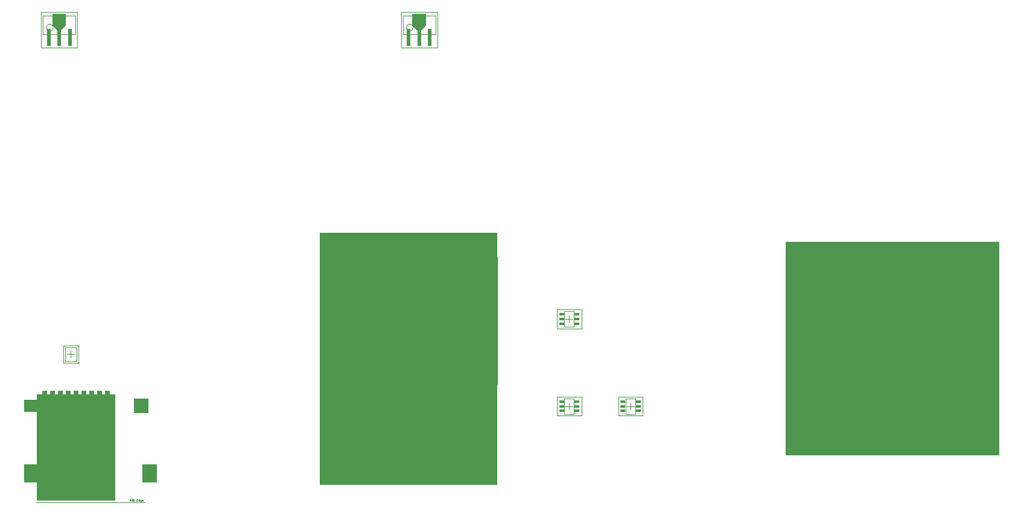
<source format=gtp>
G04 Layer_Color=8421504*
%FSLAX25Y25*%
%MOIN*%
G70*
G01*
G75*
%ADD11R,0.03150X0.01772*%
%ADD12R,0.11457X0.00866*%
%ADD13C,0.00591*%
%ADD14R,0.07874X0.09843*%
%ADD15R,0.02800X0.08000*%
%ADD16R,0.07874X0.08300*%
%ADD17R,0.07874X0.06700*%
%ADD18R,0.02362X0.09449*%
%ADD19R,0.02362X0.08858*%
%ADD22C,0.00394*%
%ADD23C,0.00118*%
%ADD24R,0.43307X0.59055*%
%ADD25R,1.18110X1.18110*%
%ADD26R,0.98425X1.39764*%
%ADD27C,0.00197*%
G36*
X16606Y270417D02*
X17606Y270417D01*
X23347D01*
Y267717D01*
Y263976D01*
X20787Y261417D01*
X18425D01*
X15866Y263976D01*
Y267717D01*
Y269917D01*
X15866Y270417D01*
X16606Y270417D01*
D02*
G37*
G36*
X215425Y270417D02*
X216425Y270417D01*
X222165D01*
Y267717D01*
Y263976D01*
X219606Y261417D01*
X217244D01*
X214685Y263976D01*
Y267717D01*
Y269917D01*
X214685Y270417D01*
X215425Y270417D01*
D02*
G37*
D11*
X330990Y56102D02*
D03*
Y53543D02*
D03*
Y50984D02*
D03*
X339454D02*
D03*
Y53543D02*
D03*
Y56102D02*
D03*
X297045D02*
D03*
Y53543D02*
D03*
Y50984D02*
D03*
X305509D02*
D03*
Y53543D02*
D03*
Y56102D02*
D03*
X297045Y104280D02*
D03*
Y101720D02*
D03*
Y99161D02*
D03*
X305509D02*
D03*
Y101720D02*
D03*
Y104280D02*
D03*
D12*
X255428Y72753D02*
D03*
Y74406D02*
D03*
Y76060D02*
D03*
Y77713D02*
D03*
Y79367D02*
D03*
Y81021D02*
D03*
Y82674D02*
D03*
Y84328D02*
D03*
Y85981D02*
D03*
Y87635D02*
D03*
Y89288D02*
D03*
Y90942D02*
D03*
Y92595D02*
D03*
Y94249D02*
D03*
Y95902D02*
D03*
Y97556D02*
D03*
Y99210D02*
D03*
Y100863D02*
D03*
Y102517D02*
D03*
Y104170D02*
D03*
Y105824D02*
D03*
Y107477D02*
D03*
Y109131D02*
D03*
Y110784D02*
D03*
Y112438D02*
D03*
Y114091D02*
D03*
Y115745D02*
D03*
Y117398D02*
D03*
Y119052D02*
D03*
Y120706D02*
D03*
Y122359D02*
D03*
Y124013D02*
D03*
Y125666D02*
D03*
Y127320D02*
D03*
Y128973D02*
D03*
X242239Y72753D02*
D03*
Y74406D02*
D03*
Y76060D02*
D03*
Y77713D02*
D03*
Y79367D02*
D03*
Y81021D02*
D03*
Y82674D02*
D03*
Y84328D02*
D03*
Y85981D02*
D03*
Y87635D02*
D03*
Y89288D02*
D03*
Y90942D02*
D03*
Y92595D02*
D03*
Y94249D02*
D03*
Y95902D02*
D03*
Y97556D02*
D03*
Y99210D02*
D03*
Y100863D02*
D03*
Y102517D02*
D03*
Y104170D02*
D03*
Y105824D02*
D03*
Y107477D02*
D03*
Y109131D02*
D03*
Y110784D02*
D03*
Y112438D02*
D03*
Y114091D02*
D03*
Y115745D02*
D03*
Y117398D02*
D03*
Y119052D02*
D03*
Y120706D02*
D03*
Y122359D02*
D03*
Y124013D02*
D03*
Y125666D02*
D03*
Y127320D02*
D03*
Y128973D02*
D03*
D13*
X23622Y85433D02*
D03*
X25197D02*
D03*
X26772D02*
D03*
X28346D02*
D03*
X23622Y83858D02*
D03*
X25197D02*
D03*
X26772D02*
D03*
X28346D02*
D03*
X23622Y82283D02*
D03*
X25197D02*
D03*
X26772D02*
D03*
X28346D02*
D03*
X23622Y80709D02*
D03*
X25197D02*
D03*
X26772D02*
D03*
X28346D02*
D03*
X23622Y79134D02*
D03*
X25197D02*
D03*
X26772D02*
D03*
X28346D02*
D03*
D14*
X4266Y16260D02*
D03*
X69366D02*
D03*
D15*
X11567Y58061D02*
D03*
X15898D02*
D03*
X20228D02*
D03*
X24559D02*
D03*
X28890D02*
D03*
X46213D02*
D03*
X41882D02*
D03*
X37551D02*
D03*
X33221D02*
D03*
D16*
X64846Y53661D02*
D03*
D17*
X4266D02*
D03*
D18*
X212520Y257283D02*
D03*
X224331D02*
D03*
X25512D02*
D03*
X13701D02*
D03*
D19*
X218425Y256890D02*
D03*
X19606D02*
D03*
D22*
X6778Y361D02*
X66766D01*
X249660Y130391D02*
G03*
X249660Y130391I-1969J0D01*
G01*
X215079Y262795D02*
G03*
X215079Y262795I-1969J0D01*
G01*
X16260Y262795D02*
G03*
X16260Y262795I-1969J0D01*
G01*
X332565Y49213D02*
Y57874D01*
X337880Y49213D02*
Y57874D01*
X332565D02*
X337880D01*
X332565Y49213D02*
X337880D01*
X298620D02*
Y57874D01*
X303935Y49213D02*
Y57874D01*
X298620D02*
X303935D01*
X298620Y49213D02*
X303935D01*
X298620Y97390D02*
Y106051D01*
X303935Y97390D02*
Y106051D01*
X298620D02*
X303935D01*
X298620Y97390D02*
X303935D01*
X244148Y67792D02*
X253518D01*
X244148Y133934D02*
X253518D01*
Y67792D02*
Y133934D01*
X244148Y67792D02*
Y133934D01*
X22913Y78425D02*
Y86142D01*
X29055Y78425D02*
Y86142D01*
X22913D02*
X29055D01*
X22913Y78425D02*
X29055D01*
X209370Y259055D02*
X227480D01*
X209370Y269291D02*
X227480D01*
X209370Y259055D02*
Y269291D01*
X227480Y259055D02*
Y269291D01*
X28661Y259055D02*
Y269291D01*
X10551Y259055D02*
Y269291D01*
X28661D01*
X10551Y259055D02*
X28661D01*
X333254Y53543D02*
X337191D01*
X335222Y51575D02*
Y55512D01*
X299309Y53543D02*
X303246D01*
X301277Y51575D02*
Y55512D01*
X299309Y101720D02*
X303246D01*
X301277Y99752D02*
Y103689D01*
X248833Y98895D02*
Y102832D01*
X246865Y100863D02*
X250802D01*
X24016Y82283D02*
X27953D01*
X25984Y80315D02*
Y84252D01*
X218425Y262205D02*
Y266142D01*
X216457Y264173D02*
X220394D01*
X17638D02*
X21575D01*
X19606Y262205D02*
Y266142D01*
D23*
X58366Y1061D02*
Y2045D01*
X58858D01*
X59022Y1881D01*
Y1553D01*
X58858Y1389D01*
X58366D01*
X60006Y1881D02*
X59842Y2045D01*
X59514D01*
X59350Y1881D01*
Y1225D01*
X59514Y1061D01*
X59842D01*
X60006Y1225D01*
X60334Y2045D02*
Y1061D01*
X60826D01*
X60990Y1225D01*
Y1389D01*
X60826Y1553D01*
X60334D01*
X60826D01*
X60990Y1717D01*
Y1881D01*
X60826Y2045D01*
X60334D01*
X62958D02*
X62302D01*
Y1061D01*
X62958D01*
X62302Y1553D02*
X62630D01*
X63942Y2045D02*
Y1061D01*
X63450D01*
X63286Y1225D01*
Y1553D01*
X63450Y1717D01*
X63942D01*
X64598Y733D02*
X64762D01*
X64926Y897D01*
Y1717D01*
X64434D01*
X64270Y1553D01*
Y1225D01*
X64434Y1061D01*
X64926D01*
X65746D02*
X65418D01*
X65254Y1225D01*
Y1553D01*
X65418Y1717D01*
X65746D01*
X65910Y1553D01*
Y1389D01*
X65254D01*
D24*
X28740Y30709D02*
D03*
D25*
X479921Y85433D02*
D03*
D26*
X212613Y79682D02*
D03*
D27*
X328431Y48228D02*
Y58858D01*
X342013Y48228D02*
Y58858D01*
X328431D02*
X342013D01*
X328431Y48228D02*
X342013D01*
X294486D02*
Y58858D01*
X308069Y48228D02*
Y58858D01*
X294486D02*
X308069D01*
X294486Y48228D02*
X308069D01*
X294486Y96406D02*
Y107035D01*
X308069Y96406D02*
Y107035D01*
X294486D02*
X308069D01*
X294486Y96406D02*
X308069D01*
X236038Y65824D02*
X261628D01*
X236038Y135902D02*
X261628D01*
Y65824D02*
Y135902D01*
X236038Y65824D02*
Y135902D01*
X21850Y77362D02*
Y87205D01*
X30118Y77362D02*
Y87205D01*
X21850D02*
X30118D01*
X21850Y77362D02*
X30118D01*
X208386Y251575D02*
X228465D01*
X208386Y271260D02*
X228465D01*
X208386Y251575D02*
Y271260D01*
X228465Y251575D02*
Y271260D01*
X29646Y251575D02*
Y271260D01*
X9567Y251575D02*
Y271260D01*
X29646D01*
X9567Y251575D02*
X29646D01*
M02*

</source>
